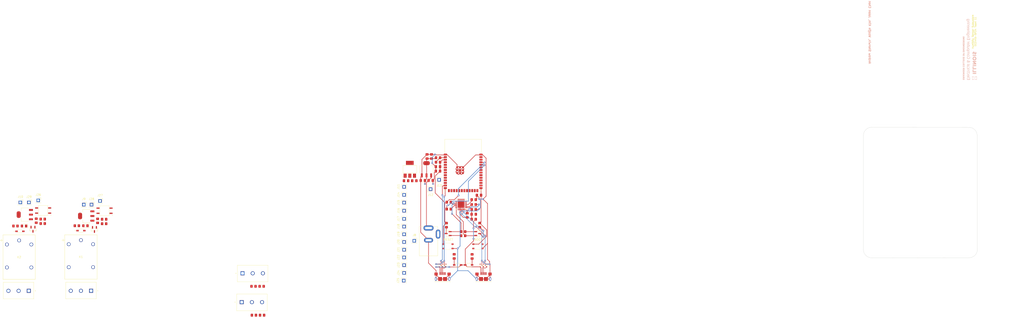
<source format=kicad_pcb>
(kicad_pcb (version 20221018) (generator pcbnew)
  (layers (0 "F.Cu" signal) (31 "B.Cu" signal) (34 "B.Paste" user) (35 "F.Paste" user) (36 "B.SilkS" user "B.Silkscreen") (37 "F.SilkS" user "F.Silkscreen") (38 "B.Mask" user) (39 "F.Mask" user) (44 "Edge.Cuts" user))
  (net 0 "")
  (net 1 "+12V")
  (net 2 "GND")
  (net 3 "+3.3V")
  (net 4 "Net-(C6-Pad1)")
  (net 5 "Net-(C7-Pad1)")
  (net 6 "Net-(U4-VBUS)")
  (net 7 "CHIP_PU")
  (net 8 "IO0")
  (net 9 "USB_DP")
  (net 10 "USB_DN")
  (net 11 "IO20")
  (net 12 "IO19")
  (net 13 "VBUS")
  (net 17 "Net-(U4-~{RST})")
  (net 18 "Net-(U4-~{SUSPEND})")
  (net 19 "Net-(U4-TXD)")
  (net 20 "U0RXD")
  (net 21 "Net-(U4-RXD)")
  (net 22 "U0TXD")
  (net 23 "DTR")
  (net 24 "Net-(U5-BASE)")
  (net 25 "RTS")
  (net 26 "Net-(U6-BASE)")
  (net 27 "Net-(U5-COLLECTOR)")
  (net 28 "Net-(U6-COLLECTOR)")
  (net 29 "ESP_3V3")
  (net 45 "+5V")
  (net 46 "Net-(D10-K)")
  (net 53 "Net-(D10-A)")
  (net 54 "Net-(D12-K)")
  (net 79 "Net-(D12-A)")
  (net 80 "Net-(J4-Pin_2)")
  (net 81 "Net-(J5-Pin_2)")
  (net 82 "Fan_B")
  (net 83 "COM_Main")
  (net 84 "Fan_A")
  (net 85 "Fan_B_DC")
  (net 86 "COM_Main_DC")
  (net 87 "Fan_A_DC")
  (net 88 "Net-(J9-Pin_1)")
  (net 89 "Net-(J10-Pin_1)")
  (net 90 "Relay_Signal_ACDC")
  (net 91 "Net-(J26-Pin_1)")
  (net 92 "Net-(J27-Pin_1)")
  (net 93 "Net-(J28-Pin_1)")
  (net 94 "Net-(J29-Pin_1)")
  (net 95 "Net-(U7-BASE)")
  (net 96 "Net-(U1-IO35)")
  (net 97 "Net-(U1-IO36)")
  (net 98 "Net-(U10-BASE)")
  (net 100 "unconnected-(U1-IO9-Pad17)")
  (net 101 "Relay_Signal_DCDC")
  (footprint "ECE445:1935174" (layer "F.Cu") (at 16.1 124.85)
    (fp_text reference "J4" hide)
    (fp_text value "Water Level Sensor")
  )
  (footprint "Resistor_SMD:R_0805_2012Metric_Pad1.20x1.40mm_HandSolder" (layer "F.Cu") (at 119.95 89 180)
    (fp_text reference "R7" hide)
    (fp_text value "0" hide)
  )
  (footprint "Connector_PinSocket_2.54mm:PinSocket_1x01_P2.54mm_Vertical" (layer "F.Cu") (at 98 101.4 90)
    (fp_text reference "J19")
    (fp_text value "Conn_01x01" hide)
  )
  (footprint "ECE445:VOM617AT" (layer "F.Cu") (at -79.365 89.71735 180)
    (fp_text reference "U9" hide)
    (fp_text value "VOM617AT" hide)
  )
  (footprint "ECE445:SOT-23_ONS" (layer "F.Cu") (at 119.6348 101.0475 90)
    (fp_text reference "U5" hide)
    (fp_text value "L8050QLT1G" hide)
  )
  (footprint "Capacitor_SMD:C_0805_2012Metric_Pad1.18x1.45mm_HandSolder" (layer "F.Cu") (at 129 92.0375 -90)
    (fp_text reference "C8" hide)
    (fp_text value "10uF" hide)
  )
  (footprint "Resistor_SMD:R_0805_2012Metric_Pad1.20x1.40mm_HandSolder" (layer "F.Cu") (at 132.2 89.15 180)
    (fp_text reference "R6" hide)
    (fp_text value "47500" hide)
  )
  (footprint "Connector_PinSocket_2.54mm:PinSocket_1x01_P2.54mm_Vertical" (layer "F.Cu") (at 97.8 124.2 90)
    (fp_text reference "J25")
    (fp_text value "Conn_01x01" hide)
  )
  (footprint "ECE445:SOT-23_ONS" (layer "F.Cu") (at 134.1652 101.0475 -90)
    (fp_text reference "U6" hide)
    (fp_text value "L8050QLT1G" hide)
  )
  (footprint "ECE445:1935174" (layer "F.Cu") (at 15.7 139.05)
    (fp_text reference "J5" hide)
    (fp_text value "Water Level Sensor")
  )
  (footprint "ECE445:1N4148W-13-F" (layer "F.Cu") (at -90.765 99.91735)
    (fp_text reference "D11" hide)
    (fp_text value "1N4148W-13-F" hide)
  )
  (footprint "ECE445:LDL1117S50R" (layer "F.Cu") (at 100.8 69.4)
    (fp_text reference "U3" hide)
    (fp_text value "LDL1117S50R" hide)
  )
  (footprint "Resistor_SMD:R_0805_2012Metric_Pad1.20x1.40mm_HandSolder" (layer "F.Cu") (at 114.665 63.71 180)
    (fp_text reference "R13" hide)
    (fp_text value "0" hide)
  )
  (footprint "ECE445:PTS815 SJG 250 SMTR LFS" (layer "F.Cu") (at 134.25 107.325)
    (fp_text reference "S1" hide)
    (fp_text value "PTS815_SJG_250_SMTR_LFS" hide)
  )
  (footprint "Capacitor_SMD:C_0805_2012Metric_Pad1.18x1.45mm_HandSolder" (layer "F.Cu") (at 111.04 74.91)
    (fp_text reference "C1" hide)
    (fp_text value "1uF" hide)
  )
  (footprint "Resistor_SMD:R_0805_2012Metric_Pad1.20x1.40mm_HandSolder" (layer "F.Cu") (at -49.4 96.2)
    (fp_text reference "R1" hide)
    (fp_text value "10000" hide)
  )
  (footprint "Capacitor_SMD:C_0805_2012Metric_Pad1.18x1.45mm_HandSolder" (layer "F.Cu") (at 114.6275 68.11 180)
    (fp_text reference "C10" hide)
    (fp_text value "1uF" hide)
  )
  (footprint "Capacitor_SMD:C_0805_2012Metric_Pad1.18x1.45mm_HandSolder" (layer "F.Cu") (at 107.2025 74.91 180)
    (fp_text reference "C2" hide)
    (fp_text value "4.7uF" hide)
  )
  (footprint "ECE445:LESD5D5_0CT1G" (layer "F.Cu") (at 138.6 116.76 -90)
    (fp_text reference "D1" hide)
    (fp_text value "LESD5D5.0CT1G" hide)
  )
  (footprint "Connector_PinSocket_2.54mm:PinSocket_1x01_P2.54mm_Vertical" (layer "F.Cu") (at 98 109 90)
    (fp_text reference "J21")
    (fp_text value "Conn_01x01" hide)
  )
  (footprint "ECE445:LDL1117S33R-SnapEDA" (layer "F.Cu") (at -58.2 92.4 180)
    (fp_text reference "U11" hide)
    (fp_text value "LDL1117S33R-SnapEDA" hide)
  )
  (footprint "Resistor_SMD:R_0805_2012Metric_Pad1.20x1.40mm_HandSolder" (layer "F.Cu") (at 28.2 141.2)
    (fp_text reference "R18" hide)
    (fp_text value "200" hide)
  )
  (footprint "Resistor_SMD:R_0805_2012Metric_Pad1.20x1.40mm_HandSolder" (layer "F.Cu") (at 132.2 86.75 180)
    (fp_text reference "R3" hide)
    (fp_text value "1000" hide)
  )
  (footprint "ECE445:PTS815 SJG 250 SMTR LFS" (layer "F.Cu") (at 119.55 107.325)
    (fp_text reference "S2" hide)
    (fp_text value "PTS815_SJG_250_SMTR_LFS" hide)
  )
  (footprint "Connector_PinSocket_2.54mm:PinSocket_1x01_P2.54mm_Vertical" (layer "F.Cu") (at 98 105.2 90)
    (fp_text reference "J20")
    (fp_text value "Conn_01x01" hide)
  )
  (footprint "ECE445:G5LE-1 DC3" (layer "F.Cu") (at -60.800001 120.800001)
    (fp_text reference "K1")
    (fp_text value "G5LE-14 DC3")
  )
  (footprint "ECE445:ESP32-S3-WROOM-1-N8-SnapEDA" (layer "F.Cu") (at 127 67.4)
    (fp_text reference "U1" hide)
    (fp_text value "ESP32-S3-WROOM-1-N8" hide)
  )
  (footprint "Resistor_SMD:R_0805_2012Metric_Pad1.20x1.40mm_HandSolder" (layer "F.Cu") (at 127 100.1)
    (fp_text reference "R10" hide)
    (fp_text value "10000" hide)
  )
  (footprint "Capacitor_SMD:C_0805_2012Metric_Pad1.18x1.45mm_HandSolder" (layer "F.Cu") (at 109.265 63.11 90)
    (fp_text reference "C4" hide)
    (fp_text value "10uF" hide)
  )
  (footprint "Diode_SMD:D_0805_2012Metric_Pad1.15x1.40mm_HandSolder" (layer "F.Cu") (at -58.6 97.2 180)
    (fp_text reference "D10" hide)
    (fp_text value "LED" hide)
  )
  (footprint "ECE445:PJ-202AH" (layer "F.Cu") (at 110 104.8 -90)
    (fp_text reference "J1" hide)
    (fp_text value "PJ-202AH" hide)
  )
  (footprint "Resistor_SMD:R_0805_2012Metric_Pad1.20x1.40mm_HandSolder" (layer "F.Cu") (at 118.8 96.895 90)
    (fp_text reference "R11" hide)
    (fp_text value "0" hide)
  )
  (footprint "ECE445:LESD5D5_0CT1G" (layer "F.Cu") (at 118.5 116.76 -90)
    (fp_text reference "D3" hide)
    (fp_text value "LESD5D5.0CT1G" hide)
  )
  (footprint "Connector_PinSocket_2.54mm:PinSocket_1x01_P2.54mm_Vertical" (layer "F.Cu") (at 98 89.8 90)
    (fp_text reference "J16")
    (fp_text value "Conn_01x01" hide)
  )
  (footprint "ECE445:10118193-0001LF" (layer "F.Cu") (at 137 123.4)
    (fp_text reference "J2" hide)
    (fp_text value "10118193-0001LF" hide)
  )
  (footprint "ECE445:LDL1117S33R-SnapEDA" (layer "F.Cu") (at 109 69.4 90)
    (fp_text reference "U2" hide)
    (fp_text value "LDL1117S33R-SnapEDA" hide)
  )
  (footprint "ECE445:LESD5D5_0CT1G" (layer "F.Cu") (at 116.9 116.74 -90)
    (fp_text reference "D4" hide)
    (fp_text value "LESD5D5.0CT1G" hide)
  )
  (footprint "Capacitor_SMD:C_0805_2012Metric_Pad1.18x1.45mm_HandSolder" (layer "F.Cu") (at 114.6275 70.31 180)
    (fp_text reference "C12" hide)
    (fp_text value "0.1uF" hide)
  )
  (footprint "Resistor_SMD:R_0805_2012Metric_Pad1.20x1.40mm_HandSolder" (layer "F.Cu") (at 127 102.1 180)
    (fp_text reference "R9" hide)
    (fp_text value "10000" hide)
  )
  (footprint "Capacitor_SMD:C_0805_2012Metric_Pad1.18x1.45mm_HandSolder" (layer "F.Cu") (at 111.465 63.11 90)
    (fp_text reference "C5" hide)
    (fp_text value "0.1uF" hide)
  )
  (footprint "Resistor_SMD:R_0805_2012Metric_Pad1.20x1.40mm_HandSolder" (layer "F.Cu") (at -62.8 97.2 180)
    (fp_text reference "R19" hide)
    (fp_text value "1000" hide)
  )
  (footprint "ECE445:1N4148W-13-F" (layer "F.Cu") (at -60.8 99.6)
    (fp_text reference "D9" hide)
    (fp_text value "1N4148W-13-F" hide)
  )
  (footprint "Resistor_SMD:R_0805_2012Metric_Pad1.20x1.40mm_HandSolder" (layer "F.Cu") (at 132.2 94 180)
    (fp_text reference "R5" hide)
    (fp_text value "22100" hide)
  )
  (footprint "Connector_PinSocket_2.54mm:PinSocket_1x01_P2.54mm_Vertical" (layer "F.Cu") (at 98 82 90)
    (fp_text reference "J14")
    (fp_text value "Conn_01x01" hide)
  )
  (footprint "Resistor_SMD:R_0805_2012Metric_Pad1.20x1.40mm_HandSolder" (layer "F.Cu") (at 28 127)
    (fp_text reference "R17" hide)
    (fp_text value "200" hide)
  )
  (footprint "Resistor_SMD:R_0805_2012Metric_Pad1.20x1.40mm_HandSolder" (layer "F.Cu") (at 24.2 141.2 180)
    (fp_text reference "R16" hide)
    (fp_text value "100" hide)
  )
  (footprint "Connector_PinSocket_2.54mm:PinSocket_1x01_P2.54mm_Vertical" (layer "F.Cu") (at 103 104.6)
    (fp_text reference "J8")
    (fp_text value "GND Test Probe" hide)
  )
  (footprint "Capacitor_SMD:C_0805_2012Metric_Pad1.18x1.45mm_HandSolder" (layer "F.Cu") (at 103 75.05)
    (fp_text reference "C3" hide)
    (fp_text value "1uF" hide)
  )
  (footprint "Capacitor_SMD:C_0805_2012Metric_Pad1.18x1.45mm_HandSolder" (layer "F.Cu") (at 98.9625 75.05 180)
    (fp_text reference "C13" hide)
    (fp_text value "4.7uF" hide)
  )
  (footprint "Connector_PinSocket_2.54mm:PinSocket_1x01_P2.54mm_Vertical" (layer "F.Cu") (at 98 112.8 90)
    (fp_text reference "J22")
    (fp_text value "Conn_01x01" hide)
  )
  (footprint "MountingHole:MountingHole_3.2mm_M3" (layer "F.Cu") (at 375.9 109.1)
    (fp_text reference "H4" hide)
    (fp_text value "MountingHole" hide)
  )
  (footprint "Connector_PinSocket_2.54mm:PinSocket_1x01_P2.54mm_Vertical" (layer "F.Cu") (at -86.365 85.71735)
    (fp_text reference "J29")
    (fp_text value "Conn_01x01" hide)
  )
  (footprint "ECE445:VOM617AT" (layer "F.Cu") (at -49.2 89.8 180)
    (fp_text reference "U8" hide)
    (fp_text value "VOM617AT" hide)
  )
  (footprint "ECE445:CP2102N-A02-GQFN28" (layer "F.Cu") (at 126 86.75 90)
    (fp_text reference "U4" hide)
    (fp_text value "CP2102N-A02-GQFN28" hide)
  )
  (footprint "ECE445:10118193-0001LF" (layer "F.Cu") (at 116.9 123.4)
    (fp_text reference "J3" hide)
    (fp_text value "10118193-0001LF" hide)
  )
  (footprint "ECE445:MMBT2222LT1G" (layer "F.Cu") (at -84.365 98.90135 180)
    (fp_text reference "U10" hide)
    (fp_text value "MMBT2222LT1G" hide)
  )
  (footprint "Connector_PinSocket_2.54mm:PinSocket_1x01_P2.54mm_Vertical" (layer "F.Cu") (at 98 93.8 90)
    (fp_text reference "J17")
    (fp_text value "Conn_01x01" hide)
  )
  (footprint "ECE445:LESD5D5_0CT1G" (layer "F.Cu") (at 135.4 116.76 -90)
    (fp_text reference "D7" hide)
    (fp_text value "LESD5D5.0CT1G" hide)
  )
  (footprint "Connector_PinSocket_2.54mm:PinSocket_1x01_P2.54mm_Vertical" (layer "F.Cu") (at 98 78.05 90)
    (fp_text reference "J11")
    (fp_text value "Conn_01x01" hide)
  )
  (footprint "ECE445:MMBT2222LT1G" (layer "F.Cu") (at -54.1525 99.016 180)
    (fp_text reference "U7" hide)
    (fp_text value "MMBT2222LT1G" hide)
  )
  (footprint "Diode_SMD:D_0805_2012Metric_Pad1.15x1.40mm_HandSolder" (layer "F.Cu") (at -88.765 97.31735 180)
    (fp_text reference "D12" hide)
    (fp_text value "LED" hide)
  )
  (footprint "Connector_PinSocket_2.54mm:PinSocket_1x01_P2.54mm_Vertical" (layer "F.Cu") (at -55.6 86.8)
    (fp_text reference "J28")
    (fp_text value "Conn_01x01" hide)
  )
  (footprint "ECE445:LESD5D5_0CT1G" (layer "F.Cu") (at 137 116.76 -90)
    (fp_text reference "D2" hide)
    (fp_text value "LESD5D5.0CT1G" hide)
  )
  (footprint "Resistor_SMD:R_0805_2012Metric_Pad1.20x1.40mm_HandSolder" (layer "F.Cu") (at -82.765 94.71735 -90)
    (fp_text reference "R22" hide)
    (fp_text value "1000" hide)
  )
  (footprint "Resistor_SMD:R_0805_2012Metric_Pad1.20x1.40mm_HandSolder" (layer "F.Cu") (at 135.1652 96.876 90)
    (fp_text reference "R12" hide)
    (fp_text value "0" hide)
  )
  (footprint "Connector_PinSocket_2.54mm:PinSocket_1x01_P2.54mm_Vertical" (layer "F.Cu") (at 98 120.4 90)
    (fp_text reference "J24")
    (fp_text value "Conn_01x01" hide)
  )
  (footprint "ECE445:1N5819HW-7-F" (layer "F.Cu") (at 129.72 116.5 180)
    (fp_text reference "D6" hide)
    (fp_text value "1N5819HW-7-F" hide)
  )
  (footprint "ECE445:LDL1117S33R-SnapEDA" (layer "F.Cu") (at -88.365 91.71735 180)
    (fp_text reference "U12" hide)
    (fp_text value "LDL1117S33R-SnapEDA" hide)
  )
  (footprint "Resistor_SMD:R_0805_2012Metric_Pad1.20x1.40mm_HandSolder" (layer "F.Cu") (at 24 127 180)
    (fp_text reference "R15" hide)
    (fp_text value "100" hide)
  )
  (footprint "Connector_PinSocket_2.54mm:PinSocket_1x01_P2.54mm_Vertical" (layer "F.Cu") (at -51.4 85)
    (fp_text reference "J27")
    (fp_text value "Conn_01x01" hide)
  )
  (footprint "Resistor_SMD:R_0805_2012Metric_Pad1.20x1.40mm_HandSolder" (layer "F.Cu") (at -92.965 97.31735 180)
    (fp_text reference "R24" hide)
    (fp_text value "1000" hide)
  )
  (footprint "Capacitor_SMD:C_0805_2012Metric_Pad1.18x1.45mm_HandSolder" (layer "F.Cu") (at 132.2 91.55)
    (fp_text reference "C9" hide)
    (fp_text value "1uF" hide)
  )
  (footprint "Resistor_SMD:R_0805_2012Metric_Pad1.20x1.40mm_HandSolder" (layer "F.Cu") (at 119.95 85.6 180)
    (fp_text reference "R8" hide)
    (fp_text value "0" hide)
  )
  (footprint "Resistor_SMD:R_0805_2012Metric_Pad1.20x1.40mm_HandSolder" (layer "F.Cu") (at -79.565 96.11735)
    (fp_text reference "R23" hide)
    (fp_text value "10000" hide)
  )
  (footprint "ECE445:1935174" (layer "F.Cu") (at -53.3 124.95 180)
    (fp_text reference "J6" hide)
    (fp_text value "1935174" hide)
  )
  (footprint "ECE445:LESD5D5_0CT1G" (layer "F.Cu") (at 115.3 116.74 -90)
    (fp_text reference "D8" hide)
    (fp_text value "LESD5D5.0CT1G" hide)
  )
  (footprint "Connector_PinSocket_2.54mm:PinSocket_1x01_P2.54mm_Vertical" (layer "F.Cu") (at 115.2 74.6 180)
    (fp_text reference "J13")
    (fp_text value "Conn_01x01" hide)
  )
  (footprint "ECE445:1935174" (layer "F.Cu") (at -83.9175 124.96735 180)
    (fp_text reference "J7" hide)
    (fp_text value "1935174" hide)
  )
  (footprint "Connector_PinSocket_2.54mm:PinSocket_1x01_P2.54mm_Vertical" (layer "F.Cu") (at -59.4 86.8)
    (fp_text reference "J9")
    (fp_text value "Conn_01x01" hide)
  )
  (footprint "Capacitor_SMD:C_0805_2012Metric_Pad1.18x1.45mm_HandSolder" (layer "F.Cu") (at 122.6 112.2625 90)
    (fp_text reference "C7" hide)
    (fp_text value "10uF" hide)
  )
  (footprint "ECE445:1N5819HW-7-F" (layer "F.Cu") (at 124.28 116.5)
    (fp_text reference "D5" hide)
    (fp_text value "1N5819HW-7-F" hide)
  )
  (footprint "ECE445:G5LE-1 DC3" (layer "F.Cu") (at -91.165 120.91735)
    (fp_text reference "K2")
    (fp_text value "G5LE-14 DC3")
  )
  (footprint "Resistor_SMD:R_0805_2012Metric_Pad1.20x1.40mm_HandSolder" (layer "F.Cu") (at -52.6 94.8 -90)
    (fp_text reference "R2" hide)
    (fp_text value "1000" hide)
  )
  (footprint "Capacitor_SMD:C_0805_2012Metric_Pad1.18x1.45mm_HandSolder" (layer "F.Cu") (at 134.7775 82.16 180)
    (fp_text reference "C11" hide)
    (fp_text value "0.1uF" hide)
  )
  (footprint "Resistor_SMD:R_0805_2012Metric_Pad1.20x1.40mm_HandSolder" (layer "F.Cu") (at -79.565 93.91735 180)
    (fp_text reference "R21" hide)
    (fp_text value "0" hide)
  )
  (footprint "Connector_PinSocket_2.54mm:PinSocket_1x01_P2.54mm_Vertical" (layer "F.Cu") (at 98 97.6 90)
    (fp_text reference "J18")
    (fp_text value "Conn_01x01" hide)
  )
  (footprint "MountingHole:MountingHole_3.2mm_M3" (layer "F.Cu") (at 327.5 109.1)
    (fp_text reference "H2" hide)
    (fp_text value "MountingHole" hide)
  )
  (footprint "MountingHole:MountingHole_3.2mm_M3" (layer "F.Cu") (at 327.6 52.5)
    (fp_text reference "H1" hide)
    (fp_text value "MountingHole" hide)
  )
  (footprint "Connector_PinSocket_2.54mm:PinSocket_1x01_P2.54mm_Vertical" (layer "F.Cu") (at -81.765 84.71735)
    (fp_text reference "J26")
    (fp_text value "Conn_01x01" hide)
  )
  (footprint "Connector_PinSocket_2.54mm:PinSocket_1x01_P2.54mm_Vertical" (layer "F.Cu") (at 98 85.8 90)
    (fp_text reference "J15")
    (fp_text value "Conn_01x01" hide)
  )
  (footprint "Connector_PinSocket_2.54mm:PinSocket_1x01_P2.54mm_Vertical" (layer "F.Cu") (at -90.565 85.71735)
    (fp_text reference "J10")
    (fp_text value "Conn_01x01" hide)
  )
  (footprint "Resistor_SMD:R_0805_2012Metric_Pad1.20x1.40mm_HandSolder" (layer "F.Cu") (at -49.4 94 180)
    (fp_text reference "R20" hide)
    (fp_text value "0" hide)
  )
  (footprint "Connector_PinSocket_2.54mm:PinSocket_1x01_P2.54mm_Vertical" (layer "F.Cu") (at 98 116.6 90)
    (fp_text reference "J23")
    (fp_text value "Conn_01x01" hide)
  )
  (footprint "Connector_PinSocket_2.54mm:PinSocket_1x01_P2.54mm_Vertical" (layer "F.Cu") (at 111 79.2 180)
    (fp_text reference "J12")
    (fp_text value "Conn_01x01" hide)
  )
  (footprint "MountingHole:MountingHole_3.2mm_M3" (layer "F.Cu") (at 375.681128 52.6)
    (fp_text reference "H3" hide)
    (fp_text value "MountingHole" hide)
  )
  (footprint "Resistor_SMD:R_0805_2012Metric_Pad1.20x1.40mm_HandSolder" (layer "F.Cu") (at 132.2 84.35 180)
    (fp_text reference "R4" hide)
    (fp_text value "10000" hide)
  )
  (footprint "Resistor_SMD:R_0805_2012Metric_Pad1.20x1.40mm_HandSolder" (layer "F.Cu") (at 114.665 65.91)
    (fp_text reference "R14" hide)
    (fp_text value "10000" hide)
  )
  (footprint "Capacitor_SMD:C_0805_2012Metric_Pad1.18x1.45mm_HandSolder" (layer "F.Cu") (at 131.4 112.3 90)
    (fp_text reference "C6" hide)
    (fp_text value "10uF" hide)
  )
  (footprint "ECE445:IllinoisECENegative31mm" (layer "B.Cu") (at 376 10.4 90)
    (fp_text reference "" hide)
    (fp_text value "LOGO" hide)
  )
  (gr_arc (start 327.731128 112.971128) (mid 324.880672 111.790448) (end 323.7 108.94) (stroke (width 0.1)) (layer "Edge.Cuts"))
  (gr_arc (start 323.7 52.771128) (mid 324.880682 49.920682) (end 327.731128 48.74) (stroke (width 0.1)) (layer "Edge.Cuts"))
  (gr_arc (start 375.531128 48.771128) (mid 378.381563 49.951825) (end 379.562256 52.802256) (stroke (width 0.1)) (layer "Edge.Cuts"))
  (gr_line (start 323.7 52.771128) (end 323.7 108.94) (stroke (width 0.1)) (layer "Edge.Cuts"))
  (gr_arc (start 379.662256 108.877744) (mid 378.481552 111.728163) (end 375.631128 112.908872) (stroke (width 0.1)) (layer "Edge.Cuts"))
  (gr_line (start 375.531128 48.771128) (end 327.731128 48.74) (stroke (width 0.1)) (layer "Edge.Cuts"))
  (gr_line (start 379.662256 108.877744) (end 379.562256 52.802256) (stroke (width 0.1)) (layer "Edge.Cuts"))
  (gr_line (start 327.731128 112.971128) (end 375.631128 112.908872) (stroke (width 0.1)) (layer "Edge.Cuts"))
  (gr_text "Andrew Sherwin, Woojin Kim, Jalen Chen" (at 326.2 17.6 270) (layer "B.SilkS") (effects (font (size 1 1) (thickness 0.25) bold) (justify left bottom mirror)))
  (gr_text "Humidity Sensor Subsystem\n  ECE445-SP24 Team 11" (at 379.2 10.2 90) (layer "F.SilkS") (effects (font (size 0.8 0.8) (thickness 0.2) bold) (justify left bottom)))
  (gr_text "BOOT" (at 132.4 104.6) (layer "F.SilkS") (effects (font (size 1 1)) (justify left bottom)))
  (gr_text "RESET" (at 117.4 104.6) (layer "F.SilkS") (effects (font (size 1 1)) (justify left bottom)))
  (segment (start 111.365 73.5475) (end 110.0025 74.91) (width 0.25) (layer "F.Cu") (net 1))
  (segment (start 111.365 72.54) (end 111.365 73.5475) (width 0.25) (layer "F.Cu") (net 1))
  (segment (start 110.0025 74.91) (end 108.975 75.9375) (width 0.25) (layer "F.Cu") (net 1))
  (segment (start 108.975 75.9375) (end 108.975 97.275) (width 0.25) (layer "F.Cu") (net 1))
  (segment (start 108.975 97.275) (end 110 98.3) (width 0.25) (layer "F.Cu") (net 1))
  (segment (start 138.275 82.625) (end 136.8 84.1) (width 0.25) (layer "F.Cu") (net 2))
  (segment (start 138.975 105.925) (end 138.975 86.275) (width 0.25) (layer "F.Cu") (net 2))
  (segment (start 112.2 76.6) (end 112.2 75.0325) (width 0.25) (layer "F.Cu") (net 2))
  (segment (start 120.1 121.4) (end 118.1 123.4) (width 0.25) (layer "F.Cu") (net 2))
  (segment (start 125.415 70.06) (end 126.815 71.46) (width 0.25) (layer "F.Cu") (net 2))
  (segment (start 125.897537 71.885) (end 126.332463 71.885) (width 0.25) (layer "F.Cu") (net 2))
  (segment (start 113.59 70.31) (end 112.8 71.1) (width 0.25) (layer "F.Cu") (net 2))
  (segment (start 125.5 91.525305) (end 125.5 90.6) (width 0.25) (layer "F.Cu") (net 2))
  (segment (start 109.265 62.0725) (end 111.465 62.0725) (width 0.25) (layer "F.Cu") (net 2))
  (segment (start 106.765 64.5725) (end 106.765 72.54) (width 0.25) (layer "F.Cu") (net 2))
  (segment (start 113.7 119.25) (end 113.7 120.95) (width 0.25) (layer "F.Cu") (net 2))
  (segment (start 123.49 69.477463) (end 123.972537 69.96) (width 0.25) (layer "F.Cu") (net 2))
  (segment (start 118.1 123.4) (end 120.2 123.4) (width 0.25) (layer "F.Cu") (net 2))
  (segment (start 113.7 120.95) (end 113.7 123.3) (width 0.25) (layer "F.Cu") (net 2))
  (segment (start 134.8 83.22) (end 133.74 82.16) (width 0.25) (layer "F.Cu") (net 2))
  (segment (start 125.415 71.46) (end 125.415 70.06) (width 0.25) (layer "F.Cu") (net 2))
  (segment (start 118.165 62.34) (end 113.44 62.34) (width 0.25) (layer "F.Cu") (net 2))
  (segment (start 126.297463 68) (end 126.815 68.517537) (width 0.25) (layer "F.Cu") (net 2))
  (segment (start 124.015 67.09) (end 124.015 68.56) (width 0.25) (layer "F.Cu") (net 2))
  (segment (start 127.34 70.442537) (end 126.857463 69.96) (width 0.25) (layer "F.Cu") (net 2))
  (segment (start 112.8 71.1) (end 112.8 74.1875) (width 0.25) (layer "F.Cu") (net 2))
  (segment (start 124.015 70.06) (end 125.415 70.06) (width 0.25) (layer "F.Cu") (net 2))
  (segment (start 133.7 123.4) (end 135.8 123.4) (width 0.25) (layer "F.Cu") (net 2))
  (segment (start 129 93.075) (end 127.049695 93.075) (width 0.25) (layer "F.Cu") (net 2))
  (segment (start 124.015 68.56) (end 124.015 68.517537) (width 0.25) (layer "F.Cu") (net 2))
  (segment (start 125.415 71.36) (end 125.415 71.402463) (width 0.25) (layer "F.Cu") (net 2))
  (segment (start 119.165 62.24) (end 124.015 67.09) (width 0.25) (layer "F.Cu") (net 2))
  (segment (start 140.2 121.4) (end 138.2 123.4) (width 0.25) (layer "F.Cu") (net 2))
  (segment (start 140 114.8) (end 140 116.1) (width 0.25) (layer "F.Cu") (net 2))
  (segment (start 124.015 68.56) (end 123.972537 68.56) (width 0.25) (layer "F.Cu") (net 2))
  (segment (start 138.975 86.275) (end 136.8 84.1) (width 0.25) (layer "F.Cu") (net 2))
  (segment (start 113.7 116.1) (end 115.28 116.1) (width 0.25) (layer "F.Cu") (net 2))
  (segment (start 126.332463 71.885) (end 126.815 71.402463) (width 0.25) (layer "F.Cu") (net 2))
  (segment (start 133.8 120.95) (end 133.8 121.4) (width 0.25) (layer "F.Cu") (net 2))
  (segment (start 125.5 87.25) (end 126 86.75) (width 0.25) (layer "F.Cu") (net 2))
  (segment (start 125.415 68.517537) (end 125.932537 68) (width 0.25) (layer "F.Cu") (net 2))
  (segment (start 113.59 70.31) (end 113.59 68.11) (width 0.25) (layer "F.Cu") (net 2))
  (segment (start 123.49 70.442537) (end 123.49 70.877463) (width 0.25) (layer "F.Cu") (net 2))
  (segment (start 134.65 89.15) (end 134.8 89) (width 0.25) (layer "F.Cu") (net 2))
  (segment (start 125.415 68.66) (end 125.415 70.06) (width 0.25) (layer "F.Cu") (net 2))
  (segment (start 124.015 71.36) (end 124.015 71.402463) (width 0.25) (layer "F.Cu") (net 2))
  (segment (start 127.049695 93.075) (end 125.5 91.525305) (width 0.25) (layer "F.Cu") (net 2))
  (segment (start 126.815 70.06) (end 125.415 70.06) (width 0.25) (layer "F.Cu") (net 2))
  (segment (start 124.015 69.96) (end 123.972537 69.96) (width 0.25) (layer "F.Cu") (net 2))
  (segment (start 110 115.55) (end 113.7 119.25) (width 0.25) (layer "F.Cu") (net 2))
  (segment (start 133.74 83.81) (end 133.2 84.35) (width 0.25) (layer "F.Cu") (net 2))
  (segment (start 124.497537 71.885) (end 124.932463 71.885) (width 0.25) (layer "F.Cu") (net 2))
  (segment (start 125.415 71.402463) (end 125.897537 71.885) (width 0.25) (layer "F.Cu") (net 2))
  (segment (start 111.4925 62.1) (end 111.465 62.0725) (width 0.25) (layer "F.Cu") (net 2))
  (segment (start 125.415 70.06) (end 124.015 68.66) (width 0.25) (layer "F.Cu") (net 2))
  (segment (start 126.815 69.96) (end 126.857463 69.96) (width 0.25) (layer "F.Cu") (net 2))
  (segment (start 124.015 71.402463) (end 124.497537 71.885) (width 0.25) (layer "F.Cu") (net 2))
  (segment (start 123.972537 69.96) (end 123.49 70.442537) (width 0.25) (layer "F.Cu") (net 2))
  (segment (start 115.7 123.4) (end 118.1 123.4) (width 0.25) (layer "F.Cu") (net 2))
  (segment (start 135.665 62.34) (end 136.665 62.34) (width 0.25) (layer "F.Cu") (net 2))
  (segment (start 124.3 108.4) (end 121.8 108.4) (width 0.25) (layer "F.Cu") (net 2))
  (segment (start 133.8 121.4) (end 135.8 123.4) (width 0.25) (layer "F.Cu") (net 2))
  (segment (start 106.165 100.465) (end 110 104.3) (width 0.25) (layer "F.Cu") (net 2))
  (segment (start 112.2375 76.6375) (end 112.2 76.6) (width 0.25) (layer "F.Cu") (net 2))
  (segment (start 118.165 62.24) (end 119.165 62.24) (width 0.25) (layer "F.Cu") (net 2))
  (segment (start 106.165 74.91) (end 106.165 100.465) (width 0.25) (layer "F.Cu") (net 2))
  (segment (start 136.665 62.34) (end 138.275 63.95) (width 0.25) (layer "F.Cu") (net 2))
  (segment (start 125.5 89.11) (end 125.5 87.25) (width 0.25) (layer "F.Cu") (net 2))
  (segment (start 140.2 116.3) (end 140.2 120.95) (width 0.25) (layer "F.Cu") (net 2))
  (segment (start 127.34 69.477463) (end 127.34 69.042537) (width 0.25) (layer "F.Cu") (net 2))
  (segment (start 123.972537 68.56) (end 123.49 69.042537) (width 0.25) (layer "F.Cu") (net 2))
  (segment (start 113.6 123.4) (end 115.7 123.4) (width 0.25) (layer "F.Cu") (net 2))
  (segment (start 112.8 74.1875) (end 112.0775 74.91) (width 0.25) (layer "F.Cu") (net 2))
  (segment (start 135.8 123.4) (end 138.2 123.4) (width 0.25) (layer "F.Cu") (net 2))
  (segment (start 133.135 62.34) (end 126.815 68.66) (width 0.25) (layer "F.Cu") (net 2))
  (segment (start 138.2 123.4) (end 140.3 123.4) (width 0.25) (layer "F.Cu") (net 2))
  (segment (start 135.665 62.34) (end 133.135 62.34) (width 0.25) (layer "F.Cu") (net 2))
  (segment (start 124.932463 71.885) (end 125.415 71.402463) (width 0.25) (layer "F.Cu") (net 2))
  (segment (start 138.6 116.1) (end 140 116.1) (width 0.25) (layer "F.Cu") (net 2))
  (segment (start 127.34 69.042537) (end 126.857463 68.56) (width 0.25) (layer "F.Cu") (net 2))
  (segment (start 109.265 62.0725) (end 106.765 64.5725) (width 0.25) (layer "F.Cu") (net 2))
  (segment (start 127.34 70.877463) (end 127.34 70.442537) (width 0.25) (layer "F.Cu") (net 2))
  (segment (start 112.2 75.0325) (end 112.0775 74.91) (width 0.25) (layer "F.Cu") (net 2))
  (segment (start 120.1 120.95) (end 120.1 123.3) (width 0.25) (layer "F.Cu") (net 2))
  (segment (start 133.2 89.15) (end 134.65 89.15) (width 0.25) (layer "F.Cu") (net 2))
  (segment (start 123.49 69.042537) (end 123.49 69.477463) (width 0.25) (layer "F.Cu") (net 2))
  (segment (start 126.857463 71.36) (end 127.34 70.877463) (width 0.25) (layer "F.Cu") (net 2))
  (segment (start 123.49 70.877463) (end 123.972537 71.36) (width 0.25) (layer "F.Cu") (net 2))
  (segment (start 138.975 113.775) (end 140 114.8) (width 0.25) (layer "F.Cu") (net 2))
  (segment (start 120.1 120.95) (end 120.1 121.4) (width 0.25) (layer "F.Cu") (net 2))
  (segment (start 126.815 71.402463) (end 126.815 71.36) (width 0.25) (layer "F.Cu") (net 2))
  (segment (start 113.59 68.11) (end 113.51 68.11) (width 0.25) (layer "F.Cu") (net 2))
  (segment (start 124.015 71.46) (end 125.415 70.06) (width 0.25) (layer "F.Cu") (net 2))
  (segment (start 133.8 120.95) (end 133.8 123.3) (width 0.25) (layer "F.Cu") (net 2))
  (segment (start 134.8 84) (end 134.8 83.22) (width 0.25) (layer "F.Cu") (net 2))
  (segment (start 110 104.3) (end 110 115.55) (width 0.25) (layer "F.Cu") (net 2))
  (segment (start 124.932463 68.035) (end 125.415 68.517537) (width 0.25) (layer "F.Cu") (net 2))
  (segment (start 136.5 108.4) (end 138.975 105.925) (width 0.25) (layer "F.Cu") (net 2))
  (segment (start 126.857463 69.96) (end 127.34 69.477463) (width 0.25) (layer "F.Cu") (net 2))
  (segment (start 106.165 74.91) (end 106.165 73.14) (width 0.25) (layer "F.Cu") (net 2))
  (segment (start 125.415 68.56) (end 125.415 68.517537) (width 0.25) (layer "F.Cu") (net 2))
  (segment (start 125.5 90.6) (end 125.5 89.11) (width 0.25) (layer "F.Cu") (net 2))
  (segment (start 126.815 68.517537) (end 126.815 68.56) (width 0.25) (layer "F.Cu") (net 2))
  (segment (start 126.857463 68.56) (end 126.815 68.56) (width 0.25) (layer "F.Cu") (net 2))
  (segment (start 125.932537 68) (end 126.297463 68) (width 0.25) (layer "F.Cu") (net 2))
  (segment (start 138.275 63.95) (end 138.275 82.625) (width 0.25) (layer "F.Cu") (net 2))
  (segment (start 113.7 121.4) (end 115.7 123.4) (width 0.25) (layer "F.Cu") (net 2))
  (segment (start 140.2 120.95) (end 140.2 121.4) (width 0.25) (layer "F.Cu") (net 2))
  (segment (start 124.497537 68.035) (end 124.932463 68.035) (width 0.25) (layer "F.Cu") (net 2))
  (segment (start 140 116.1) (end 140.2 116.3) (width 0.25) (layer "F.Cu") (net 2))
  (segment (start 124.015 68.517537) (end 124.497537 68.035) (width 0.25) (layer "F.Cu") (net 2))
  (segment (start 113.7 120.95) (end 113.7 121.4) (width 0.25) (layer "F.Cu") (net 2))
  (segment (start 126.815 68.66) (end 125.415 70.06) (width 0.25) (layer "F.Cu") (net 2))
  (segment (start 140.2 120.95) (end 140.2 123.3) (width 0.25) (layer "F.Cu") (net 2))
  (segment (start 123.972537 71.36) (end 124.015 71.36) (width 0.25) (layer "F.Cu") (net 2))
  (segment (start 113.44 62.34) (end 113.2 62.1) (width 0.25) (layer "F.Cu") (net 2))
  (segment (start 126.815 71.36) (end 126.857463 71.36) (width 0.25) (layer "F.Cu") (net 2))
  (segment (start 133.74 82.16) (end 133.74 83.81) (width 0.25) (layer "F.Cu") (net 2))
  (segment (start 106.165 73.14) (end 106.765 72.54) (width 0.25) (layer "F.Cu") (net 2))
  (segment (start 138.975 105.925) (end 138.975 113.775) (width 0.25) (layer "F.Cu") (net 2))
  (segment (start 113.51 68.11) (end 111.8 66.4) (width 0.25) (layer "F.Cu") (net 2))
  (segment (start 113.2 62.1) (end 111.4925 62.1) (width 0.25) (layer "F.Cu") (net 2))
  (via (at 134.8 89) (size 0.8) (drill 0.4) (layers "F.Cu" "B.Cu") (net 2))
  (via (at 140 116.1) (size 0.8) (drill 0.4) (layers "F.Cu" "B.Cu") (net 2))
  (via (at 113.7 116.1) (size 0.8) (drill 0.4) (layers "F.Cu" "B.Cu") (net 2))
  (via (at 112.2 76.6) (size 0.8) (drill 0.4) (layers "F.Cu" "B.Cu") (net 2))
  (via (at 113.2 62.1) (size 0.8) (drill 0.4) (layers "F.Cu" "B.Cu") (net 2))
  (via (at 124.3 108.4) (size 0.8) (drill 0.4) (layers "F.Cu" "B.Cu") (net 2))
  (via (at 116.9 115.1) (size 0.8) (drill 0.4) (layers "F.Cu" "B.Cu") (net 2))
  (via (at 111.8 66.4) (size 0.8) (drill 0.4) (layers "F.Cu" "B.Cu") (net 2))
  (via (at 137 115.1) (size 0.8) (drill 0.4) (layers "F.Cu" "B.Cu") (net 2))
  (via (at 134.8 84) (size 0.8) (drill 0.4) (layers "F.Cu" "B.Cu") (net 2))
  (via (at 136.8 84.1) (size 0.8) (drill 0.4) (layers "F.Cu" "B.Cu") (net 2))
  (via (at 125.5 90.6) (size 0.8) (drill 0.4) (layers "F.Cu" "B.Cu") (net 2))
  (segment (start 116.9 115.1) (end 115.9 116.1) (width 0.25) (layer "B.Cu") (net 2))
  (segment (start 115.9 116.1) (end 113.7 116.1) (width 0.25) (layer "B.Cu") (net 2))
  (segment (start 111.8 63.5) (end 113.2 62.1) (width 0.25) (layer "B.Cu") (net 2))
  (segment (start 126.225 89.875) (end 125.5 90.6) (width 0.25) (layer "B.Cu") (net 2))
  (segment (start 138 116.1) (end 137 115.1) (width 0.25) (layer "B.Cu") (net 2))
  (segment (start 134.8 89) (end 133.875 89.925) (width 0.25) (layer "B.Cu") (net 2))
  (segment (start 133.875 89.925) (end 127.650305 89.925) (width 0.25) (layer "B.Cu") (net 2))
  (segment (start 136.8 84.1) (end 134.9 84.1) (width 0.25) (layer "B.Cu") (net 2))
  (segment (start 134.8 89) (end 135.425 88.375) (width 0.25) (layer "B.Cu") (net 2))
  (segment (start 124.3 119.3) (end 124.3 108.4) (width 0.25) (layer "B.Cu") (net 2))
  (segment (start 135.425 84.625) (end 134.8 84) (width 0.25) (layer "B.Cu") (net 2))
  (segment (start 134.9 84.1) (end 134.8 84) (width 0.25) (layer "B.Cu") (net 2))
  (segment (start 125.5 90.6) (end 125.5 107.2) (width 0.25) (layer "B.Cu") (net 2))
  (segment (start 140 116.1) (end 138 116.1) (width 0.25) (layer "B.Cu") (net 2))
  (segment (start 135.425 88.375) (end 135.425 84.625) (width 0.25) (layer "B.Cu") (net 2))
  (segment (start 133.7 123.4) (end 133.5 123.4) (width 0.25) (layer "B.Cu") (net 2))
  (segment (start 125.5 107.2) (end 124.3 108.4) (width 0.25) (layer "B.Cu") (net 2))
  (segment (start 129.4 119.3) (end 124.3 119.3) (width 0.25) (layer "B.Cu") (net 2))
  (segment (start 124.3 119.3) (end 120.2 123.4) (width 0.25) (layer "B.Cu") (net 2))
  (segment (start 127.650305 89.925) (end 127.600305 89.875) (width 0.25) (layer "B.Cu") (net 2))
  (segment (start 127.600305 89.875) (end 126.225 89.875) (width 0.25) (layer "B.Cu") (net 2))
  (segment (start 111.8 66.4) (end 111.8 63.5) (width 0.25) (layer "B.Cu") (net 2))
  (segment (start 133.5 123.4) (end 129.4 119.3) (width 0.25) (layer "B.Cu") (net 2))
  (segment (start 108.25 74.92) (end 108.24 74.91) (width 0.25) (layer "F.Cu") (net 3))
  (segment (start 108.25 76.65) (end 108.25 74.92) (width 0.25) (layer "F.Cu") (net 3))
  (segment (start 109.065 64.3475) (end 109.265 64.1475) (width 0.25) (layer "F.Cu") (net 3))
  (segment (start 128.21 89.11) (end 129 89.9) (width 0.25) (layer "F.Cu") (net 3))
  (segment (start 109.065 66.51) (end 109.065 64.3475) (width 0.25) (layer "F.Cu") (net 3))
  (segment (start 109.065 72.54) (end 109.065 74.085) (width 0.25) (layer "F.Cu") (net 3))
  (segment (start 111.465 64.1475) (end 113.2275 64.1475) (width 0.25) (layer "F.Cu") (net 3))
  (segment (start 133.2 86.75) (end 134.65 86.75) (width 0.25) (layer "F.Cu") (net 3))
  (segment (start 129 91) (end 129 89.9) (width 0.25) (layer "F.Cu") (net 3))
  (segment (start 127 89.11) (end 127.5 89.11) (width 0.25) (layer "F.Cu") (net 3))
  (segment (start 109.065 74.085) (end 108.24 74.91) (width 0.25) (layer "F.Cu") (net 3))
  (segment (start 109.065 66.51) (end 109.065 72.54) (width 0.25) (layer "F.Cu") (net 3))
  (segment (start 127.5 89.11) (end 128.21 89.11) (width 0.25) (layer "F.Cu") (net 3))
  (segment (start 109.265 64.1475) (end 111.465 64.1475) (width 0.25) (layer "F.Cu") (net 3))
  (segment (start 113.2275 64.1475) (end 113.665 63.71) (width 0.25) (layer "F.Cu") (net 3))
  (segment (start 108.24 74.91) (end 107.94 74.91) (width 0.25) (layer "F.Cu") (net 3))
  (segment (start 129 89.9) (end 129.7 89.2) (width 0.25) (layer "F.Cu") (net 3))
  (via (at 134.7 86.7) (size 0.8) (drill 0.4) (layers "F.Cu" "B.Cu") (net 3))
  (via (at 108.25 76.65) (size 0.8) (drill 0.4) (layers "F.Cu" "B.Cu") (net 3))
  (via (at 129.7 89.2) (size 0.8) (drill 0.4) (layers "F.Cu" "B.Cu") (net 3))
  (segment (start 131 87.9) (end 129.7 89.2) (width 0.25) (layer "B.Cu") (net 3))
  (segment (start 134 87.9) (end 131 87.9) (width 0.25) (layer "B.Cu") (net 3))
  (segment (start 134.7 86.7) (end 134.7 87.2) (width 0.25) (layer "B.Cu") (net 3))
  (segment (start 134.7 87.2) (end 134 87.9) (width 0.25) (layer "B.Cu") (net 3))
  (segment (start 131.4 116.5) (end 131.4 113.3375) (width 0.25) (layer "F.Cu") (net 4))
  (segment (start 122.6 116.5) (end 122.6 113.3) (width 0.25) (layer "F.Cu") (net 5))
  (segment (start 130.3 88.25) (end 128.36 88.25) (width 0.25) (layer "F.Cu") (net 6))
  (segment (start 131.2 94) (end 131.2 91.5875) (width 0.25) (layer "F.Cu") (net 6))
  (segment (start 131.2 89.15) (end 130.3 88.25) (width 0.25) (layer "F.Cu") (net 6))
  (segment (start 131.2 89.15) (end 131.2 91.5125) (width 0.25) (layer "F.Cu") (net 6))
  (segment (start 115.665 70.31) (end 115.665 68.11) (width 0.25) (layer "F.Cu") (net 7))
  (segment (start 117.3 97.395) (end 118.8 95.895) (width 0.25) (layer "F.Cu") (net 7))
  (segment (start 118.025 85.825) (end 113.275 81.075) (width 0.25) (layer "F.Cu") (net 7))
  (segment (start 113.275 81.075) (end 113.275 72.7) (width 0.25) (layer "F.Cu") (net 7))
  (segment (start 113.275 72.7) (end 115.665 70.31) (width 0.25) (layer "F.Cu") (net 7))
  (segment (start 118.8 95.895) (end 118.025 95.12) (width 0.25) (layer "F.Cu") (net 7))
  (segment (start 117.3 106.25) (end 117.3 97.395) (width 0.25) (layer "F.Cu") (net 7))
  (segment (start 118.025 95.12) (end 118.025 85.825) (width 0.25) (layer "F.Cu") (net 7))
  (segment (start 116.795 64.78) (end 118.165 64.78) (width 0.25) (layer "F.Cu") (net 7))
  (segment (start 115.665 65.91) (end 115.665 68.11) (width 0.25) (layer "F.Cu") (net 7))
  (segment (start 115.665 65.91) (end 116.795 64.78) (width 0.25) (layer "F.Cu") (net 7))
  (segment (start 135.815 82.16) (end 135.815 78.9) (width 0.25) (layer "F.Cu") (net 8))
  (segment (start 135.815 82.16) (end 135.815 95.2262) (width 0.25) (layer "F.Cu") (net 8))
  (segment (start 135.815 78.9) (end 135.665 78.75) (width 0.25) (layer "F.Cu") (net 8))
  (segment (start 138.525 99.2358) (end 135.1652 95.876) (width 0.25) (layer "F.Cu") (net 8))
  (segment (start 134.675305 106.25) (end 138.525 102.400305) (width 0.25) (layer "F.Cu") (net 8))
  (segment (start 135.815 95.2262) (end 135.1652 95.876) (width 0.25) (layer "F.Cu") (net 8))
  (segment (start 138.525 102.400305) (end 138.525 99.2358) (width 0.25) (layer "F.Cu") (net 8))
  (segment (start 132 106.25) (end 134.675305 106.25) (width 0.25) (layer "F.Cu") (net 8))
  (segment (start 133.355378 97.650922) (end 133.355378 97.644622) (width 0.2) (layer "F.Cu") (net 9))
  (segment (start 126.4 91.4) (end 126.4 90.265686) (width 0.2) (layer "F.Cu") (net 9))
  (segment (start 138.6 117.42) (end 138.02 118) (width 0.2) (layer "F.Cu") (net 9))
  (segment (start 126 89.865686) (end 126 89.11) (width 0.2) (layer "F.Cu") (net 9))
  (segment (start 137 118.15) (end 137 120.725) (width 0.2) (layer "F.Cu") (net 9))
  (segment (start 137.8 116.62) (end 137.8 114.4) (width 0.2) (layer "F.Cu") (net 9))
  (segment (start 138.02 118) (end 137.15 118) (width 0.2) (layer "F.Cu") (net 9))
  (segment (start 138.6 117.42) (end 137.8 116.62) (width 0.2) (layer "F.Cu") (net 9))
  (segment (start 136.504456 100.8) (end 136.504456 100.804456) (width 0.2) (layer "F.Cu") (net 9))
  (segment (start 136.504456 100.804456) (end 137.8 102.1) (width 0.2) (layer "F.Cu") (net 9))
  (segment (start 137.15 118) (end 137 118.15) (width 0.2) (layer "F.Cu") (net 9))
  (segment (start 136.504456 100.8) (end 133.355378 97.650922) (width 0.2) (layer "F.Cu") (net 9))
  (segment (start 126.4 90.265686) (end 126 89.865686) (width 0.2) (layer "F.Cu") (net 9))
  (via (at 137.8 102.1) (size 0.8) (drill 0.4) (layers "F.Cu" "B.Cu") (net 9))
  (via (at 133.355378 97.644622) (size 0.8) (drill 0.4) (layers "F.Cu" "B.Cu") (net 9))
  (via (at 126.4 91.4) (size 0.8) (drill 0.4) (layers "F.Cu" "B.Cu") (net 9))
  (via (at 137.8 114.4) (size 0.8) (drill 0.4) (layers "F.Cu" "B.Cu") (net 9))
  (segment (start 132.644622 97.644622) (end 126.4 91.4) (width 0.2) (layer "B.Cu") (net 9))
  (segment (start 137.8 114.4) (end 137.8 102.1) (width 0.2) (layer "B.Cu") (net 9))
  (segment (start 133.355378 97.644622) (end 132.644622 97.644622) (width 0.2) (layer "B.Cu") (net 9))
  (segment (start 136.35 118.07) (end 136.35 120.725) (width 0.2) (layer "F.Cu") (net 10))
  (segment (start 127.3 90.6) (end 126.5 89.8) (width 0.2) (layer "F.Cu") (net 10))
  (segment (start 136.2 116.62) (end 136.2 114.4) (width 0.2) (layer "F.Cu") (net 10))
  (segment (start 137 117.42) (end 136.35 118.07) (width 0.2) (layer "F.Cu") (net 10))
  (segment (start 137 117.42) (end 136.2 116.62) (width 0.2) (layer "F.Cu") (net 10))
  (segment (start 126.5 89.8) (end 126.5 89.11) (width 0.2) (layer "F.Cu") (net 10))
  (via (at 136.2 114.4) (size 0.8) (drill 0.4) (layers "F.Cu" "B.Cu") (net 10))
  (via (at 127.3 90.6) (size 0.8) (drill 0.4) (layers "F.Cu" "B.Cu") (net 10))
  (segment (start 136.2 99.5) (end 127.3 90.6) (width 0.2) (layer "B.Cu") (net 10))
  (segment (start 136.2 114.4) (end 136.2 99.5) (width 0.2) (layer "B.Cu") (net 10))
  (segment (start 117.085 117.965) (end 116.9 118.15) (width 0.25) (layer "F.Cu") (net 11))
  (segment (start 117.7 82.9) (end 118.165 82.435) (width 0.25) (layer "F.Cu") (net 11))
  (segment (start 118.5 117.42) (end 117.955 117.965) (width 0.25) (layer "F.Cu") (net 11))
  (segment (start 117.7 116.62) (end 117.7 114.5) (width 0.25) (layer "F.Cu") (net 11))
  (segment (start 118.165 82.435) (end 118.165 78.75) (width 0.25) (layer "F.Cu") (net 11))
  (segment (start 118.5 117.42) (end 117.7 116.62) (width 0.25) (layer "F.Cu") (net 11))
  (segment (start 116.9 118.15) (end 116.9 120.725) (width 0.25) (layer "F.Cu") (net 11))
  (segment (start 117.955 117.965) (end 117.085 117.965) (width 0.25) (layer "F.Cu") (net 11))
  (via (at 117.7 82.9) (size 0.8) (drill 0.4) (layers "F.Cu" "B.Cu") (net 11))
  (via (at 117.7 114.5) (size 0.8) (drill 0.4) (layers "F.Cu" "B.Cu") (net 11))
  (segment (start 117.7 114.5) (end 117.7 82.9) (width 0.25) (layer "B.Cu") (net 11))
  (segment (start 116.8 82.1) (end 116.8 77.845) (width 0.25) (layer "F.Cu") (net 12))
  (segment (start 116.1 116.6) (end 116.1 114.5) (width 0.25) (layer "F.Cu") (net 12))
  (segment (start 116.9 117.4) (end 116.25 118.05) (width 0.25) (layer "F.Cu") (net 12))
  (segment (start 116.25 118.05) (end 116.25 120.725) (width 0.25) (layer "F.Cu") (net 12))
  (segment (start 116.9 117.4) (end 116.1 116.6) (width 0.25) (layer "F.Cu") (net 12))
  (segment (start 117.165 77.48) (end 118.165 77.48) (width 0.25) (layer "F.Cu") (net 12))
  (segment (start 116.8 77.845) (end 117.165 77.48) (width 0.25) (layer "F.Cu") (net 12))
  (via (at 116.8 82.1) (size 0.8) (drill 0.4) (layers "F.Cu" "B.Cu") (net 12))
  (via (at 116.1 114.5) (size 0.8) (drill 0.4) (layers "F.Cu" "B.Cu") (net 12))
  (segment (start 116.1 114.5) (end 116.8 113.8) (width 0.25) (layer "B.Cu") (net 12))
  (segment (start 116.8 113.8) (end 116.8 82.1) (width 0.25) (layer "B.Cu") (net 12))
  (segment (start 135.7 117.72) (end 135.7 120.725) (width 0.25) (layer "F.Cu") (net 13))
  (segment (start 128.96 117.42) (end 128.04 116.5) (width 0.25) (layer "F.Cu") (net 13))
  (segment (start 128.04 108.71) (end 132.1 104.65) (width 0.25) (layer "F.Cu") (net 13))
  (segment (start 115.6 117.7) (end 115.6 120.725) (width 0.25) (layer "F.Cu") (net 13))
  (segment (start 132.1 104.65) (end 132.1 103.6) (width 0.25) (layer "F.Cu") (net 13))
  (segment (start 132.1 98.4) (end 132.1 95.1) (width 0.25) (layer "F.Cu") (net 13))
  (segment (start 128.04 116.5) (end 128.04 108.71) (width 0.25) (layer "F.Cu") (net 13))
  (segment (start 128.04 116.5) (end 125.96 116.5) (width 0.25) (layer "F.Cu") (net 13))
  (segment (start 132.1 95.1) (end 133.2 94) (width 0.25) (layer "F.Cu") (net 13))
  (segment (start 113.7 117.5) (end 115.2 117.5) (width 0.25) (layer "F.Cu") (net 13))
  (segment (start 115.3 117.4) (end 115.6 117.7) (width 0.25) (layer "F.Cu") (net 13))
  (segment (start 124.96 117.5) (end 120.2 117.5) (width 0.25) (layer "F.Cu") (net 13))
  (segment (start 135.4 117.42) (end 135.7 117.72) (width 0.25) (layer "F.Cu") (net 13))
  (segment (start 135.4 117.42) (end 128.96 117.42) (width 0.25) (layer "F.Cu") (net 13))
  (segment (start 125.96 116.5) (end 124.96 117.5) (width 0.25) (layer "F.Cu") (net 13))
  (via (at 113.7 117.5) (size 0.8) (drill 0.4) (layers "F.Cu" "B.Cu") (net 13))
  (via (at 120.2 117.5) (size 0.8) (drill 0.4) (layers "F.Cu" "B.Cu") (net 13))
  (via (at 132.1 98.4) (size 0.8) (drill 0.4) (layers "F.Cu" "B.Cu") (net 13))
  (via (at 132.1 103.6) (size 0.8) (drill 0.4) (layers "F.Cu" "B.Cu") (net 13))
  (segment (start 132.1 103.6) (end 132.1 98.4) (width 0.25) (layer "B.Cu") (net 13))
  (segment (start 120.2 117.5) (end 113.7 117.5) (width 0.25) (layer "B.Cu") (net 13))
  (segment (start 131.2 86.75) (end 130.2 87.75) (width 0.25) (layer "F.Cu") (net 17))
  (segment (start 130.2 87.75) (end 128.36 87.75) (width 0.25) (layer "F.Cu") (net 17))
  (segment (start 129.5 86.75) (end 128.36 86.75) (width 0.25) (layer "F.Cu") (net 18))
  (segment (start 131.2 84.35) (end 131.2 85.05) (width 0.25) (layer "F.Cu") (net 18))
  (segment (start 131.2 85.05) (end 129.5 86.75) (width 0.25) (layer "F.Cu") (net 18))
  (segment (start 123.64 87.25) (end 122.7 87.25) (width 0.25) (layer "F.Cu") (net 19))
  (segment (start 122.7 87.25) (end 120.95 89) (width 0.25) (layer "F.Cu") (net 19))
  (segment (start 137.55 67.35) (end 135.695 67.35) (width 0.25) (layer "F.Cu") (net 20))
  (segment (start 135.695 67.35) (end 135.665 67.32) (width 0.25) (layer "F.Cu") (net 20))
  (segment (start 118.95 87.55) (end 119.35 87.15) (width 0.25) (layer "F.Cu") (net 20))
  (segment (start 118.95 89) (end 118.95 87.55) (width 0.25) (layer "F.Cu") (net 20))
  (via (at 119.35 87.15) (size 0.8) (drill 0.4) (layers "F.Cu" "B.Cu") (net 20))
  (via (at 137.55 67.35) (size 0.8) (drill 0.4) (layers "F.Cu" "B.Cu") (net 20))
  (segment (start 129.6 75.3) (end 137.55 67.35) (width 0.25) (layer "B.Cu") (net 20))
  (segment (start 119.35 87.15) (end 119.875305 87.15) (width 0.25) (layer "B.Cu") (net 20))
  (segment (start 119.875305 87.15) (end 121.925305 85.1) (width 0.25) (layer "B.Cu") (net 20))
  (segment (start 129.6 85.1) (end 129.6 75.3) (width 0.25) (layer "B.Cu") (net 20))
  (segment (start 121.925305 85.1) (end 129.6 85.1) (width 0.25) (layer "B.Cu") (net 20))
  (segment (start 122.1 86.75) (end 120.95 85.6) (width 0.25) (layer "F.Cu") (net 21))
  (segment (start 123.64 86.75) (end 122.1 86.75) (width 0.25) (layer "F.Cu") (net 21))
  (segment (start 120.225 84.325) (end 122.725 84.325) (width 0.25) (layer "F.Cu") (net 22))
  (segment (start 118.95 85.6) (end 120.225 84.325) (width 0.25) (layer "F.Cu") (net 22))
  (segment (start 122.725 84.325) (end 124.75 82.3) (width 0.25) (layer "F.Cu") (net 22))
  (segment (start 137.55 66.05) (end 135.665 66.05) (width 0.25) (layer "F.Cu") (net 22))
  (via (at 137.55 66.05) (size 0.8) (drill 0.4) (layers "F.Cu" "B.Cu") (net 22))
  (via (at 124.75 82.3) (size 0.8) (drill 0.4) (layers "F.Cu" "B.Cu") (net 22))
  (segment (start 124.75 78.85) (end 137.55 66.05) (width 0.25) (layer "B.Cu") (net 22))
  (segment (start 124.75 82.3) (end 124.75 78.85) (width 0.25) (layer "B.Cu") (net 22))
  (segment (start 127.075 95.175) (end 123.64 91.74) (width 0.25) (layer "F.Cu") (net 23))
  (segment (start 128 102.1) (end 127.075 101.175) (width 0.25) (layer "F.Cu") (net 23))
  (segment (start 127.075 101.175) (end 127.075 95.175) (width 0.25) (layer "F.Cu") (net 23))
  (segment (start 123.64 91.74) (end 123.64 88.25) (width 0.25) (layer "F.Cu") (net 23))
  (segment (start 128 102.1) (end 133.1 102.1) (width 0.25) (layer "F.Cu") (net 23))
  (segment (start 120.6 102) (end 125.9 102) (width 0.25) (layer "F.Cu") (net 24))
  (segment (start 120.6 100.095) (end 125.995 100.095) (width 0.25) (layer "F.Cu") (net 25))
  (segment (start 123.64 86.25) (end 122.624598 86.25) (width 0.25) (layer "F.Cu") (net 25))
  (segment (start 126 95.8) (end 121.55 91.35) (width 0.25) (layer "F.Cu") (net 25))
  (segment (start 126 100.1) (end 126 95.8) (width 0.25) (layer "F.Cu") (net 25))
  (segment (start 122.624598 86.25) (end 122.369731 85.995133) (width 0.25) (layer "F.Cu") (net 25))
  (segment (start 125.995 100.095) (end 126 100.1) (width 0.25) (layer "F.Cu") (net 25))
  (via (at 122.369731 85.995133) (size 0.8) (drill 0.4) (layers "F.Cu" "B.Cu") (net 25))
  (via (at 121.55 91.35) (size 0.8) (drill 0.4) (layers "F.Cu" "B.Cu") (net 25))
  (segment (start 121.55 86.814864) (end 121.55 91.35) (width 0.25) (layer "B.Cu") (net 25))
  (segment (start 122.369731 85.995133) (end 121.55 86.814864) (width 0.25) (layer "B.Cu") (net 25))
  (segment (start 128 100.1) (end 133.195 100.1) (width 0.25) (layer "F.Cu") (net 26))
  (segment (start 133.195 100.1) (end 133.2 100.095) (width 0.25) (layer "F.Cu") (net 26))
  (segment (start 118.6696 101.0475) (end 118.6696 98.0254) (width 0.25) (layer "F.Cu") (net 27))
  (segment (start 136.95 99.65) (end 135.176 97.876) (width 0.25) (layer "F.Cu") (net 28))
  (segment (start 136.8329 102.75) (end 135.1304 101.0475) (width 0.25) (layer "F.Cu") (net 28))
  (segment (start 136.95 102.75) (end 136.8329 102.75) (width 0.25) (layer "F.Cu") (net 28))
  (via (at 136.95 102.75) (size 0.8) (drill 0.4) (layers "F.Cu" "B.Cu") (net 28))
  (via (at 136.95 99.65) (size 0.8) (drill 0.4) (layers "F.Cu" "B.Cu") (net 28))
  (segment (start 136.95 101.4) (end 136.95 102.75) (width 0.25) (layer "B.Cu") (net 28))
  (segment (start 136.95 99.65) (end 136.95 99.4) (width 0.25) (layer "B.Cu") (net 28))
  (segment (start 136.95 101.4) (end 136.95 99.65) (width 0.25) (layer "B.Cu") (net 28))
  (segment (start 113.665 65.91) (end 113.665 65.71) (width 0.25) (layer "F.Cu") (net 29))
  (segment (start 113.665 65.71) (end 115.665 63.71) (width 0.25) (layer "F.Cu") (net 29))
  (segment (start 115.665 63.71) (end 117.965 63.71) (width 0.25) (layer "F.Cu") (net 29))
  (segment (start 117.965 63.71) (end 118.165 63.51) (width 0.25) (layer "F.Cu") (net 29))
  (segment (start 122.465 80.005) (end 122.47 80) (width 0.25) (layer "F.Cu") (net 100))
)
</source>
